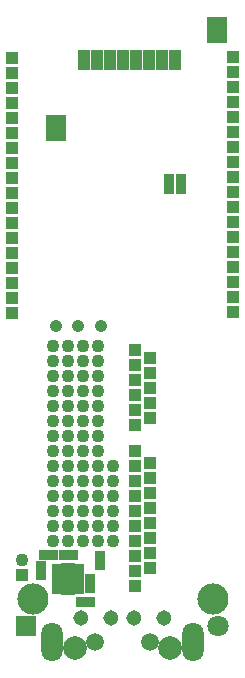
<source format=gbs>
G04 (created by PCBNEW (2013-mar-13)-testing) date Fri 20 Dec 2013 02:45:34 PM CET*
%MOIN*%
G04 Gerber Fmt 3.4, Leading zero omitted, Abs format*
%FSLAX34Y34*%
G01*
G70*
G90*
G04 APERTURE LIST*
%ADD10C,0.003937*%
%ADD11R,0.033300X0.033700*%
%ADD12R,0.069087X0.090740*%
%ADD13R,0.043496X0.071055*%
%ADD14C,0.104000*%
%ADD15R,0.071100X0.071100*%
%ADD16C,0.071100*%
%ADD17C,0.042000*%
%ADD18R,0.033700X0.033300*%
%ADD19R,0.045071X0.106488*%
%ADD20R,0.031685X0.021843*%
%ADD21C,0.078740*%
%ADD22O,0.071055X0.130110*%
%ADD23C,0.059244*%
%ADD24C,0.051370*%
%ADD25R,0.043000X0.043000*%
%ADD26C,0.043000*%
G04 APERTURE END LIST*
G54D10*
G54D11*
X30880Y-24537D03*
X30880Y-24222D03*
X30500Y-24537D03*
X30500Y-24222D03*
G54D12*
X26743Y-22503D03*
X32098Y-19235D03*
G54D13*
X30680Y-20259D03*
X30247Y-20259D03*
X29814Y-20259D03*
X29381Y-20259D03*
X28948Y-20259D03*
X28515Y-20259D03*
X28082Y-20259D03*
X27649Y-20259D03*
G54D14*
X31947Y-38216D03*
X25947Y-38216D03*
G54D15*
X25734Y-39108D03*
G54D16*
X32140Y-39124D03*
G54D17*
X27475Y-29125D03*
X28225Y-29125D03*
X26725Y-29125D03*
G54D11*
X27870Y-37856D03*
X27870Y-37541D03*
G54D18*
X27308Y-36733D03*
X26993Y-36733D03*
G54D11*
X26226Y-37425D03*
X26226Y-37110D03*
G54D18*
X26314Y-36733D03*
X26629Y-36733D03*
G54D11*
X28188Y-36783D03*
X28188Y-37098D03*
G54D18*
X27866Y-38331D03*
X27551Y-38331D03*
G54D19*
X27123Y-37543D03*
G54D20*
X26748Y-37936D03*
X26748Y-37739D03*
X26748Y-37543D03*
X26748Y-37346D03*
X26748Y-37149D03*
X27497Y-37149D03*
X27497Y-37346D03*
X27497Y-37543D03*
X27497Y-37739D03*
X27497Y-37936D03*
G54D21*
X27350Y-39850D03*
X30540Y-39850D03*
G54D22*
X31309Y-39659D03*
X26584Y-39659D03*
G54D23*
X28041Y-39659D03*
X29852Y-39659D03*
G54D24*
X27569Y-38832D03*
X28553Y-38832D03*
X29340Y-38832D03*
X30324Y-38832D03*
G54D25*
X29350Y-33290D03*
X29350Y-37790D03*
X29350Y-37290D03*
X29350Y-36790D03*
X29350Y-36290D03*
X29350Y-35790D03*
X29350Y-35290D03*
X29350Y-34790D03*
X29350Y-34290D03*
X29350Y-33790D03*
X29850Y-37198D03*
X29850Y-36698D03*
X29850Y-36198D03*
X29850Y-35698D03*
X29850Y-35198D03*
X29850Y-34698D03*
X29850Y-34198D03*
X29850Y-33698D03*
G54D26*
X26642Y-34787D03*
X27142Y-34787D03*
X27642Y-34787D03*
X28142Y-34787D03*
X28642Y-34787D03*
X27642Y-35287D03*
X28142Y-35287D03*
X28642Y-35287D03*
X27142Y-35287D03*
X26642Y-35287D03*
X26642Y-34287D03*
X27142Y-34287D03*
X27642Y-34287D03*
X28142Y-34287D03*
X28642Y-34287D03*
X26642Y-33787D03*
X27142Y-33787D03*
X27642Y-33787D03*
X28142Y-33787D03*
X28642Y-33787D03*
X26642Y-35787D03*
X26642Y-36287D03*
X27142Y-36287D03*
X27142Y-35787D03*
X27642Y-35787D03*
X27642Y-36287D03*
X28142Y-35787D03*
X28142Y-36287D03*
X28642Y-35787D03*
X28642Y-36287D03*
X26642Y-33287D03*
X27142Y-33287D03*
X27642Y-33287D03*
X28142Y-33287D03*
X28142Y-32787D03*
X27642Y-32787D03*
X27142Y-32787D03*
X26642Y-32787D03*
X26642Y-32287D03*
X27142Y-32287D03*
X27642Y-32287D03*
X28142Y-32287D03*
X28142Y-31787D03*
X27642Y-31787D03*
X27142Y-31787D03*
X26642Y-31787D03*
X26642Y-31287D03*
X27142Y-31287D03*
X27642Y-31287D03*
X28142Y-31287D03*
X28142Y-30787D03*
X27642Y-30787D03*
X27142Y-30787D03*
X26642Y-30787D03*
X26642Y-30287D03*
X27142Y-30287D03*
X27642Y-30287D03*
X27642Y-29787D03*
X27142Y-29787D03*
X26642Y-29787D03*
X28142Y-29787D03*
X28142Y-30287D03*
X25578Y-36925D03*
G54D25*
X25578Y-37425D03*
X25270Y-24180D03*
X25270Y-23680D03*
X25270Y-23180D03*
X25270Y-22680D03*
X25270Y-22180D03*
X25270Y-21680D03*
X25270Y-21180D03*
X25270Y-20680D03*
X25270Y-20180D03*
X25270Y-28680D03*
X25270Y-28180D03*
X25270Y-27680D03*
X25270Y-27180D03*
X25270Y-26680D03*
X25270Y-26180D03*
X25270Y-25680D03*
X25270Y-25180D03*
X25270Y-24680D03*
X32631Y-24152D03*
X32631Y-23652D03*
X32631Y-23152D03*
X32631Y-22652D03*
X32631Y-22152D03*
X32631Y-21652D03*
X32631Y-21152D03*
X32631Y-20652D03*
X32631Y-20152D03*
X32631Y-28652D03*
X32631Y-28152D03*
X32631Y-27652D03*
X32631Y-27152D03*
X32631Y-26652D03*
X32631Y-26152D03*
X32631Y-25652D03*
X32631Y-25152D03*
X32631Y-24652D03*
X29350Y-29930D03*
X29350Y-30430D03*
X29350Y-30930D03*
X29350Y-31430D03*
X29350Y-31930D03*
X29350Y-32430D03*
X29850Y-30180D03*
X29850Y-30680D03*
X29850Y-31180D03*
X29850Y-31680D03*
X29850Y-32180D03*
M02*

</source>
